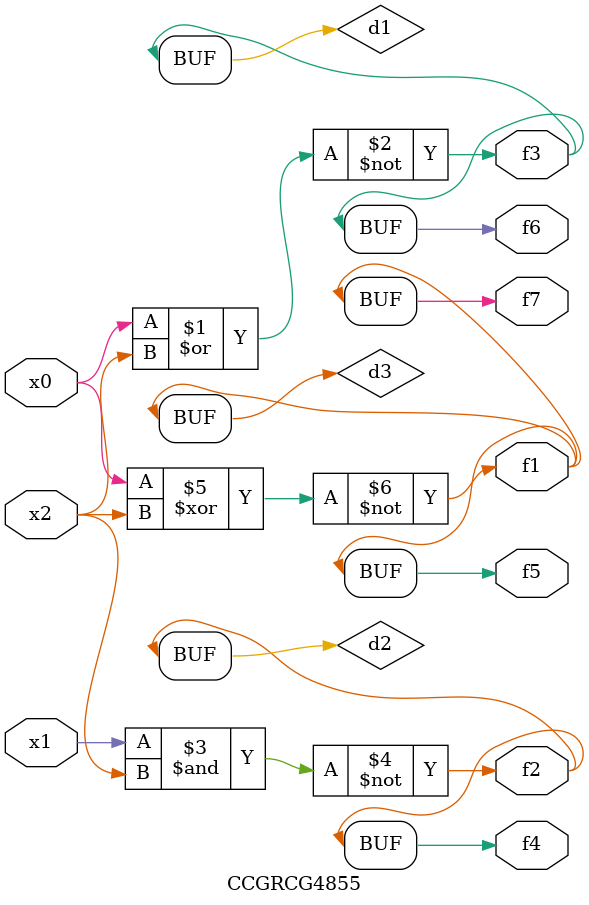
<source format=v>
module CCGRCG4855(
	input x0, x1, x2,
	output f1, f2, f3, f4, f5, f6, f7
);

	wire d1, d2, d3;

	nor (d1, x0, x2);
	nand (d2, x1, x2);
	xnor (d3, x0, x2);
	assign f1 = d3;
	assign f2 = d2;
	assign f3 = d1;
	assign f4 = d2;
	assign f5 = d3;
	assign f6 = d1;
	assign f7 = d3;
endmodule

</source>
